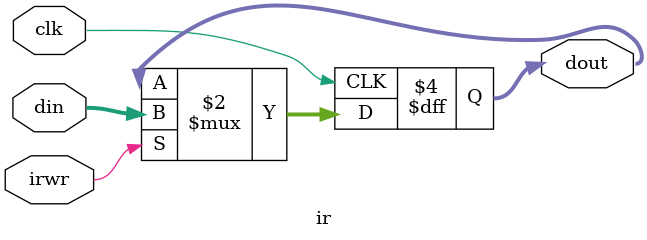
<source format=v>
module ir(clk,irwr,din,dout);            // instruction memory
    input  [31:0]  din   ;               //  32-bit memory input
    input          clk   ;                // clock
    input          irwr  ;                // ctrl
    output [31:0]  dout  ;               // 32-bit memory output
    reg    [31:0]  dout  ;
    
    always @(posedge clk)
      if(irwr)
        dout <= din  ; // output data
endmodule

</source>
